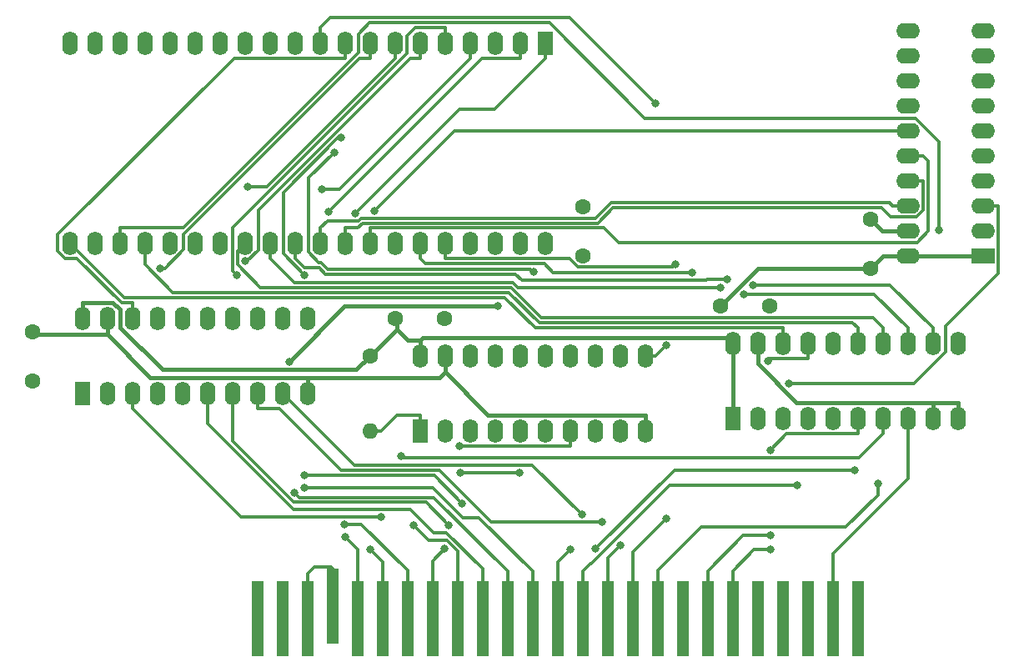
<source format=gtl>
G04 #@! TF.GenerationSoftware,KiCad,Pcbnew,(6.0.9)*
G04 #@! TF.CreationDate,2023-07-19T22:39:00+02:00*
G04 #@! TF.ProjectId,Cartucho_MSX_Tang_Nano_20k_V9958,43617274-7563-4686-9f5f-4d53585f5461,rev?*
G04 #@! TF.SameCoordinates,Original*
G04 #@! TF.FileFunction,Copper,L1,Top*
G04 #@! TF.FilePolarity,Positive*
%FSLAX46Y46*%
G04 Gerber Fmt 4.6, Leading zero omitted, Abs format (unit mm)*
G04 Created by KiCad (PCBNEW (6.0.9)) date 2023-07-19 22:39:00*
%MOMM*%
%LPD*%
G01*
G04 APERTURE LIST*
G04 #@! TA.AperFunction,SMDPad,CuDef*
%ADD10R,1.270000X7.620000*%
G04 #@! TD*
G04 #@! TA.AperFunction,ComponentPad*
%ADD11C,1.600000*%
G04 #@! TD*
G04 #@! TA.AperFunction,ComponentPad*
%ADD12R,1.600000X2.400000*%
G04 #@! TD*
G04 #@! TA.AperFunction,ComponentPad*
%ADD13O,1.600000X2.400000*%
G04 #@! TD*
G04 #@! TA.AperFunction,ComponentPad*
%ADD14O,1.600000X1.600000*%
G04 #@! TD*
G04 #@! TA.AperFunction,ComponentPad*
%ADD15R,2.400000X1.600000*%
G04 #@! TD*
G04 #@! TA.AperFunction,ComponentPad*
%ADD16O,2.400000X1.600000*%
G04 #@! TD*
G04 #@! TA.AperFunction,ViaPad*
%ADD17C,0.800000*%
G04 #@! TD*
G04 #@! TA.AperFunction,Conductor*
%ADD18C,0.300000*%
G04 #@! TD*
G04 #@! TA.AperFunction,Conductor*
%ADD19C,0.450000*%
G04 #@! TD*
G04 APERTURE END LIST*
D10*
X142240000Y-139700000D03*
X139700000Y-139700000D03*
X137160000Y-139700000D03*
X134620000Y-139700000D03*
X132080000Y-139700000D03*
X129540000Y-139700000D03*
X127000000Y-139700000D03*
X124460000Y-139700000D03*
X121920000Y-139700000D03*
X119380000Y-139700000D03*
X116840000Y-139700000D03*
X114300000Y-139700000D03*
X111760000Y-139700000D03*
X109220000Y-139700000D03*
X106680000Y-139700000D03*
X104140000Y-139700000D03*
X101600000Y-139700000D03*
X99060000Y-139700000D03*
X96520000Y-139700000D03*
X93980000Y-139700000D03*
X91440000Y-139700000D03*
X88900000Y-138430000D03*
X86360000Y-139700000D03*
X83820000Y-139700000D03*
X81280000Y-139700000D03*
D11*
X114300000Y-102870000D03*
X114300000Y-97870000D03*
X95250000Y-109220000D03*
X100250000Y-109220000D03*
X58420000Y-115570000D03*
X58420000Y-110570000D03*
D12*
X63505000Y-116840000D03*
D13*
X66045000Y-116840000D03*
X68585000Y-116840000D03*
X71125000Y-116840000D03*
X73665000Y-116840000D03*
X76205000Y-116840000D03*
X78745000Y-116840000D03*
X81285000Y-116840000D03*
X83825000Y-116840000D03*
X86365000Y-116840000D03*
X86365000Y-109220000D03*
X83825000Y-109220000D03*
X81285000Y-109220000D03*
X78745000Y-109220000D03*
X76205000Y-109220000D03*
X73665000Y-109220000D03*
X71125000Y-109220000D03*
X68585000Y-109220000D03*
X66045000Y-109220000D03*
X63505000Y-109220000D03*
D12*
X110490000Y-81275000D03*
D13*
X107950000Y-81275000D03*
X105410000Y-81275000D03*
X102870000Y-81275000D03*
X100330000Y-81275000D03*
X97790000Y-81275000D03*
X95250000Y-81275000D03*
X92710000Y-81275000D03*
X90170000Y-81275000D03*
X87630000Y-81275000D03*
X85090000Y-81275000D03*
X82550000Y-81275000D03*
X80010000Y-81275000D03*
X77470000Y-81275000D03*
X74930000Y-81275000D03*
X72390000Y-81275000D03*
X69850000Y-81275000D03*
X67310000Y-81275000D03*
X64770000Y-81275000D03*
X62230000Y-81275000D03*
X62230000Y-101595000D03*
X64770000Y-101595000D03*
X67310000Y-101595000D03*
X69850000Y-101595000D03*
X72390000Y-101595000D03*
X74930000Y-101595000D03*
X77470000Y-101595000D03*
X80010000Y-101595000D03*
X82550000Y-101595000D03*
X85090000Y-101595000D03*
X87630000Y-101595000D03*
X90170000Y-101595000D03*
X92710000Y-101595000D03*
X95250000Y-101595000D03*
X97790000Y-101595000D03*
X100330000Y-101595000D03*
X102870000Y-101595000D03*
X105410000Y-101595000D03*
X107950000Y-101595000D03*
X110490000Y-101595000D03*
D12*
X129540000Y-119380000D03*
D13*
X132080000Y-119380000D03*
X134620000Y-119380000D03*
X137160000Y-119380000D03*
X139700000Y-119380000D03*
X142240000Y-119380000D03*
X144780000Y-119380000D03*
X147320000Y-119380000D03*
X149860000Y-119380000D03*
X152400000Y-119380000D03*
X152400000Y-111760000D03*
X149860000Y-111760000D03*
X147320000Y-111760000D03*
X144780000Y-111760000D03*
X142240000Y-111760000D03*
X139700000Y-111760000D03*
X137160000Y-111760000D03*
X134620000Y-111760000D03*
X132080000Y-111760000D03*
X129540000Y-111760000D03*
D11*
X143510000Y-104140000D03*
X143510000Y-99140000D03*
X92710000Y-113030000D03*
D14*
X92710000Y-120650000D03*
D11*
X128270000Y-107950000D03*
X133270000Y-107950000D03*
D12*
X97790000Y-120650000D03*
D13*
X100330000Y-120650000D03*
X102870000Y-120650000D03*
X105410000Y-120650000D03*
X107950000Y-120650000D03*
X110490000Y-120650000D03*
X113030000Y-120650000D03*
X115570000Y-120650000D03*
X118110000Y-120650000D03*
X120650000Y-120650000D03*
X120650000Y-113030000D03*
X118110000Y-113030000D03*
X115570000Y-113030000D03*
X113030000Y-113030000D03*
X110490000Y-113030000D03*
X107950000Y-113030000D03*
X105410000Y-113030000D03*
X102870000Y-113030000D03*
X100330000Y-113030000D03*
X97790000Y-113030000D03*
D15*
X154940000Y-102870000D03*
D16*
X154940000Y-100330000D03*
X154940000Y-97790000D03*
X154940000Y-95250000D03*
X154940000Y-92710000D03*
X154940000Y-90170000D03*
X154940000Y-87630000D03*
X154940000Y-85090000D03*
X154940000Y-82550000D03*
X154940000Y-80010000D03*
X147320000Y-80010000D03*
X147320000Y-82550000D03*
X147320000Y-85090000D03*
X147320000Y-87630000D03*
X147320000Y-90170000D03*
X147320000Y-92710000D03*
X147320000Y-95250000D03*
X147320000Y-97790000D03*
X147320000Y-100330000D03*
X147320000Y-102870000D03*
D17*
X109324300Y-104534300D03*
X89066300Y-92354600D03*
X86073900Y-104836100D03*
X89813800Y-90905600D03*
X122766400Y-111985900D03*
X121667400Y-87370300D03*
X133092900Y-113526600D03*
X150501700Y-100261400D03*
X130633300Y-106799500D03*
X128304900Y-106072100D03*
X131562600Y-105835100D03*
X128982000Y-105290600D03*
X93177800Y-98285100D03*
X125437500Y-104566200D03*
X123738500Y-103772600D03*
X71402000Y-104142300D03*
X80286300Y-95859500D03*
X80010500Y-103419100D03*
X79153600Y-104821700D03*
X87845100Y-96085300D03*
X88492200Y-98430600D03*
X91240800Y-98538700D03*
X113020600Y-132696600D03*
X136107000Y-126184600D03*
X141952700Y-124623700D03*
X115601000Y-132622000D03*
X122785900Y-129545900D03*
X144258000Y-126006300D03*
X135236700Y-115822900D03*
X114236300Y-129146500D03*
X116240700Y-129896700D03*
X118110000Y-132274500D03*
X100701200Y-130205000D03*
X86026400Y-125188400D03*
X102056400Y-127996000D03*
X85035900Y-126905000D03*
X93815500Y-129408400D03*
X92710000Y-132696600D03*
X101832000Y-122200100D03*
X90131800Y-130158500D03*
X107871400Y-124876600D03*
X101914800Y-124876600D03*
X100308400Y-132619300D03*
X97150200Y-130203400D03*
X95880100Y-123245500D03*
X90177300Y-131401000D03*
X133352400Y-122602800D03*
X133350000Y-131279200D03*
X133350000Y-132696600D03*
X86074100Y-126404900D03*
X105652900Y-107962700D03*
X84488700Y-113615100D03*
D18*
X86462700Y-94958200D02*
X89066300Y-92354600D01*
X86462700Y-102478900D02*
X86462700Y-94958200D01*
X87526200Y-103542400D02*
X86462700Y-102478900D01*
X87767800Y-103542400D02*
X87526200Y-103542400D01*
X88437200Y-104211800D02*
X87767800Y-103542400D01*
X109001800Y-104211800D02*
X88437200Y-104211800D01*
X109324300Y-104534300D02*
X109001800Y-104211800D01*
X83896100Y-102658300D02*
X86073900Y-104836100D01*
X83896100Y-96464100D02*
X83896100Y-102658300D01*
X89454600Y-90905600D02*
X83896100Y-96464100D01*
X89813800Y-90905600D02*
X89454600Y-90905600D01*
X121722300Y-113030000D02*
X122766400Y-111985900D01*
X120650000Y-113030000D02*
X121722300Y-113030000D01*
X88679800Y-78675100D02*
X87630000Y-79724900D01*
X112972200Y-78675100D02*
X88679800Y-78675100D01*
X121667400Y-87370300D02*
X112972200Y-78675100D01*
X87630000Y-81275000D02*
X87630000Y-79724900D01*
X134620000Y-111760000D02*
X134620000Y-110209900D01*
X109461100Y-110209900D02*
X134620000Y-110209900D01*
X106337700Y-107086500D02*
X109461100Y-110209900D01*
X67721500Y-107086500D02*
X106337700Y-107086500D01*
X62230000Y-101595000D02*
X67721500Y-107086500D01*
X133309400Y-113310100D02*
X133092900Y-113526600D01*
X137160000Y-113310100D02*
X133309400Y-113310100D01*
X137160000Y-111760000D02*
X137160000Y-113310100D01*
X67310000Y-101595000D02*
X67310000Y-100044900D01*
X150501700Y-91256300D02*
X150501700Y-100261400D01*
X148145400Y-88900000D02*
X150501700Y-91256300D01*
X120610100Y-88900000D02*
X148145400Y-88900000D01*
X110925100Y-79215000D02*
X120610100Y-88900000D01*
X92679300Y-79215000D02*
X110925100Y-79215000D01*
X91559800Y-80334500D02*
X92679300Y-79215000D01*
X91559800Y-82216600D02*
X91559800Y-80334500D01*
X73731500Y-100044900D02*
X91559800Y-82216600D01*
X67310000Y-100044900D02*
X73731500Y-100044900D01*
X142240000Y-111760000D02*
X142240000Y-110209900D01*
X141711300Y-109681200D02*
X142240000Y-110209900D01*
X109896400Y-109681200D02*
X141711300Y-109681200D01*
X106801600Y-106586400D02*
X109896400Y-109681200D01*
X72691100Y-106586400D02*
X106801600Y-106586400D01*
X69850000Y-103745300D02*
X72691100Y-106586400D01*
X69850000Y-101595000D02*
X69850000Y-103745300D01*
X144780000Y-111760000D02*
X144780000Y-110209900D01*
X143751200Y-109181100D02*
X144780000Y-110209900D01*
X110103500Y-109181100D02*
X143751200Y-109181100D01*
X107008700Y-106086300D02*
X110103500Y-109181100D01*
X81593700Y-106086300D02*
X107008700Y-106086300D01*
X79259600Y-103752200D02*
X81593700Y-106086300D01*
X79259600Y-102345400D02*
X79259600Y-103752200D01*
X80010000Y-101595000D02*
X79259600Y-102345400D01*
X82550000Y-101595000D02*
X82550000Y-103145100D01*
X147320000Y-111760000D02*
X147320000Y-110209900D01*
X143909600Y-106799500D02*
X130633300Y-106799500D01*
X147320000Y-110209900D02*
X143909600Y-106799500D01*
X107701700Y-106072100D02*
X128304900Y-106072100D01*
X107215800Y-105586200D02*
X107701700Y-106072100D01*
X84991100Y-105586200D02*
X107215800Y-105586200D01*
X82550000Y-103145100D02*
X84991100Y-105586200D01*
X85090000Y-101595000D02*
X85090000Y-103145100D01*
X149860000Y-111760000D02*
X149860000Y-110209900D01*
X145485200Y-105835100D02*
X131562600Y-105835100D01*
X149860000Y-110209900D02*
X145485200Y-105835100D01*
X126943900Y-105290600D02*
X128982000Y-105290600D01*
X126851400Y-105383100D02*
X126943900Y-105290600D01*
X108134100Y-105383100D02*
X126851400Y-105383100D01*
X107463000Y-104712000D02*
X108134100Y-105383100D01*
X88173400Y-104712000D02*
X107463000Y-104712000D01*
X87547400Y-104086000D02*
X88173400Y-104712000D01*
X86030900Y-104086000D02*
X87547400Y-104086000D01*
X85090000Y-103145100D02*
X86030900Y-104086000D01*
X87630000Y-101595000D02*
X87630000Y-100044900D01*
X147320000Y-97790000D02*
X145769900Y-97790000D01*
X145457300Y-97477400D02*
X145769900Y-97790000D01*
X117176700Y-97477400D02*
X145457300Y-97477400D01*
X115609400Y-99044700D02*
X117176700Y-97477400D01*
X91795600Y-99044700D02*
X115609400Y-99044700D01*
X91551500Y-99288800D02*
X91795600Y-99044700D01*
X88386100Y-99288800D02*
X91551500Y-99288800D01*
X87630000Y-100044900D02*
X88386100Y-99288800D01*
X147320000Y-95250000D02*
X148870100Y-95250000D01*
X90170000Y-101595000D02*
X90170000Y-100044900D01*
X91502600Y-100044900D02*
X90170000Y-100044900D01*
X92002700Y-99544800D02*
X91502600Y-100044900D01*
X115816500Y-99544800D02*
X92002700Y-99544800D01*
X117383800Y-97977500D02*
X115816500Y-99544800D01*
X144616300Y-97977500D02*
X117383800Y-97977500D01*
X145582800Y-98944000D02*
X144616300Y-97977500D01*
X148197900Y-98944000D02*
X145582800Y-98944000D01*
X148870100Y-98271800D02*
X148197900Y-98944000D01*
X148870100Y-95250000D02*
X148870100Y-98271800D01*
X147320000Y-92710000D02*
X148870100Y-92710000D01*
X92710000Y-101595000D02*
X92710000Y-100044900D01*
X116471200Y-100044900D02*
X92710000Y-100044900D01*
X117931900Y-101505600D02*
X116471200Y-100044900D01*
X148239800Y-101505600D02*
X117931900Y-101505600D01*
X149415800Y-100329600D02*
X148239800Y-101505600D01*
X149415800Y-93255700D02*
X149415800Y-100329600D01*
X148870100Y-92710000D02*
X149415800Y-93255700D01*
X101292900Y-90170000D02*
X93177800Y-98285100D01*
X147320000Y-90170000D02*
X101292900Y-90170000D01*
X97790000Y-101595000D02*
X97790000Y-103145100D01*
X98323400Y-103678500D02*
X97790000Y-103145100D01*
X110422500Y-103678500D02*
X98323400Y-103678500D01*
X111310200Y-104566200D02*
X110422500Y-103678500D01*
X125437500Y-104566200D02*
X111310200Y-104566200D01*
X100330000Y-101595000D02*
X100330000Y-103145100D01*
X112948600Y-103145100D02*
X100330000Y-103145100D01*
X113828500Y-104025000D02*
X112948600Y-103145100D01*
X123486100Y-104025000D02*
X113828500Y-104025000D01*
X123738500Y-103772600D02*
X123486100Y-104025000D01*
X67467900Y-107669900D02*
X68585000Y-107669900D01*
X62943200Y-103145200D02*
X67467900Y-107669900D01*
X61752200Y-103145200D02*
X62943200Y-103145200D01*
X61024800Y-102417800D02*
X61752200Y-103145200D01*
X61024800Y-100702600D02*
X61024800Y-102417800D01*
X78902300Y-82825100D02*
X61024800Y-100702600D01*
X90170000Y-82825100D02*
X78902300Y-82825100D01*
X90170000Y-81275000D02*
X90170000Y-82825100D01*
X68585000Y-109220000D02*
X68585000Y-107669900D01*
X71882500Y-104142300D02*
X71402000Y-104142300D01*
X73779800Y-102245000D02*
X71882500Y-104142300D01*
X73779800Y-100711200D02*
X73779800Y-102245000D01*
X91665900Y-82825100D02*
X73779800Y-100711200D01*
X92710000Y-82825100D02*
X91665900Y-82825100D01*
X92710000Y-81275000D02*
X92710000Y-82825100D01*
X95250000Y-81275000D02*
X95250000Y-82825100D01*
X82215600Y-95859500D02*
X80286300Y-95859500D01*
X95250000Y-82825100D02*
X82215600Y-95859500D01*
X97790000Y-81275000D02*
X97790000Y-82825100D01*
X80246200Y-103419100D02*
X80010500Y-103419100D01*
X81399800Y-102265500D02*
X80246200Y-103419100D01*
X81399800Y-98253200D02*
X81399800Y-102265500D01*
X96827900Y-82825100D02*
X81399800Y-98253200D01*
X97790000Y-82825100D02*
X96827900Y-82825100D01*
X100330000Y-81275000D02*
X100330000Y-79724900D01*
X78759400Y-104427500D02*
X79153600Y-104821700D01*
X78759400Y-100033800D02*
X78759400Y-104427500D01*
X96458600Y-82334600D02*
X78759400Y-100033800D01*
X96458600Y-80576100D02*
X96458600Y-82334600D01*
X97309800Y-79724900D02*
X96458600Y-80576100D01*
X100330000Y-79724900D02*
X97309800Y-79724900D01*
X102870000Y-81275000D02*
X102870000Y-82825100D01*
X89609800Y-96085300D02*
X87845100Y-96085300D01*
X102870000Y-82825100D02*
X89609800Y-96085300D01*
X104097700Y-82825100D02*
X88492200Y-98430600D01*
X107950000Y-82825100D02*
X104097700Y-82825100D01*
X107950000Y-81275000D02*
X107950000Y-82825100D01*
X110490000Y-81275000D02*
X110490000Y-82825100D01*
X101836100Y-87943400D02*
X91240800Y-98538700D01*
X105371700Y-87943400D02*
X101836100Y-87943400D01*
X110490000Y-82825100D02*
X105371700Y-87943400D01*
X139700000Y-133140700D02*
X139700000Y-139700000D01*
X147320000Y-125520700D02*
X139700000Y-133140700D01*
X147320000Y-120930100D02*
X147320000Y-125520700D01*
X147320000Y-119380000D02*
X147320000Y-120930100D01*
X95410200Y-119099900D02*
X93860100Y-120650000D01*
X97790000Y-119099900D02*
X95410200Y-119099900D01*
X97790000Y-120650000D02*
X97790000Y-119099900D01*
X92710000Y-120650000D02*
X93860100Y-120650000D01*
X111760000Y-133957200D02*
X111760000Y-139700000D01*
X113020600Y-132696600D02*
X111760000Y-133957200D01*
X114300000Y-134871700D02*
X114300000Y-139700000D01*
X115085400Y-134086300D02*
X114300000Y-134871700D01*
X115197700Y-134086300D02*
X115085400Y-134086300D01*
X123099400Y-126184600D02*
X115197700Y-134086300D01*
X136107000Y-126184600D02*
X123099400Y-126184600D01*
X123599300Y-124623700D02*
X141952700Y-124623700D01*
X115601000Y-132622000D02*
X123599300Y-124623700D01*
X119380000Y-132951800D02*
X119380000Y-139700000D01*
X122785900Y-129545900D02*
X119380000Y-132951800D01*
X121920000Y-134815200D02*
X121920000Y-139700000D01*
X126356000Y-130379200D02*
X121920000Y-134815200D01*
X141026000Y-130379200D02*
X126356000Y-130379200D01*
X144258000Y-127147200D02*
X141026000Y-130379200D01*
X144258000Y-126006300D02*
X144258000Y-127147200D01*
X154940000Y-97790000D02*
X156490100Y-97790000D01*
X147900700Y-115822900D02*
X135236700Y-115822900D01*
X151130000Y-112593600D02*
X147900700Y-115822900D01*
X151130000Y-110034400D02*
X151130000Y-112593600D01*
X156490100Y-104674300D02*
X151130000Y-110034400D01*
X156490100Y-97790000D02*
X156490100Y-104674300D01*
X91089800Y-124104800D02*
X83825000Y-116840000D01*
X109194600Y-124104800D02*
X91089800Y-124104800D01*
X114236300Y-129146500D02*
X109194600Y-124104800D01*
X116840000Y-133544500D02*
X116840000Y-139700000D01*
X118110000Y-132274500D02*
X116840000Y-133544500D01*
X81285000Y-116840000D02*
X81285000Y-118390100D01*
X83545400Y-118390100D02*
X81285000Y-118390100D01*
X89760300Y-124605000D02*
X83545400Y-118390100D01*
X99726200Y-124605000D02*
X89760300Y-124605000D01*
X105017900Y-129896700D02*
X99726200Y-124605000D01*
X116240700Y-129896700D02*
X105017900Y-129896700D01*
X78745000Y-116840000D02*
X78745000Y-118390100D01*
X98401400Y-127905200D02*
X100701200Y-130205000D01*
X84930900Y-127905200D02*
X98401400Y-127905200D01*
X78745000Y-121719300D02*
X84930900Y-127905200D01*
X78745000Y-118390100D02*
X78745000Y-121719300D01*
X104140000Y-139700000D02*
X104140000Y-135539900D01*
X76205000Y-119904200D02*
X76205000Y-116840000D01*
X84956300Y-128655500D02*
X76205000Y-119904200D01*
X96840700Y-128655500D02*
X84956300Y-128655500D01*
X99140300Y-130955100D02*
X96840700Y-128655500D01*
X100426000Y-130955100D02*
X99140300Y-130955100D01*
X104140000Y-134669100D02*
X100426000Y-130955100D01*
X104140000Y-135539900D02*
X104140000Y-134669100D01*
X99248800Y-125188400D02*
X102056400Y-127996000D01*
X86026400Y-125188400D02*
X99248800Y-125188400D01*
X106680000Y-134882100D02*
X106680000Y-139700000D01*
X99203000Y-127405100D02*
X106680000Y-134882100D01*
X85536000Y-127405100D02*
X99203000Y-127405100D01*
X85035900Y-126905000D02*
X85536000Y-127405100D01*
X68585000Y-116840000D02*
X68585000Y-118390100D01*
X79603300Y-129408400D02*
X93815500Y-129408400D01*
X68585000Y-118390100D02*
X79603300Y-129408400D01*
X93980000Y-133966600D02*
X93980000Y-139700000D01*
X92710000Y-132696600D02*
X93980000Y-133966600D01*
X113030000Y-120650000D02*
X113030000Y-122200100D01*
X113030000Y-122200100D02*
X101832000Y-122200100D01*
X96520000Y-134846500D02*
X96520000Y-139700000D01*
X91832000Y-130158500D02*
X96520000Y-134846500D01*
X90131800Y-130158500D02*
X91832000Y-130158500D01*
X107871400Y-124876600D02*
X101914800Y-124876600D01*
X99060000Y-133867700D02*
X99060000Y-139700000D01*
X100308400Y-132619300D02*
X99060000Y-133867700D01*
X98683700Y-131736900D02*
X97150200Y-130203400D01*
X100499500Y-131736900D02*
X98683700Y-131736900D01*
X101600000Y-132837400D02*
X100499500Y-131736900D01*
X101600000Y-139700000D02*
X101600000Y-132837400D01*
X91440000Y-132663700D02*
X91440000Y-139700000D01*
X90177300Y-131401000D02*
X91440000Y-132663700D01*
X144780000Y-119380000D02*
X144780000Y-120930100D01*
X96033100Y-123398500D02*
X95880100Y-123245500D01*
X142311600Y-123398500D02*
X96033100Y-123398500D01*
X144780000Y-120930100D02*
X142311600Y-123398500D01*
X142240000Y-119380000D02*
X142240000Y-120930100D01*
X135025100Y-120930100D02*
X133352400Y-122602800D01*
X142240000Y-120930100D02*
X135025100Y-120930100D01*
X127000000Y-134885700D02*
X127000000Y-139700000D01*
X130606500Y-131279200D02*
X127000000Y-134885700D01*
X133350000Y-131279200D02*
X130606500Y-131279200D01*
X129540000Y-134851900D02*
X129540000Y-139700000D01*
X131695300Y-132696600D02*
X129540000Y-134851900D01*
X133350000Y-132696600D02*
X131695300Y-132696600D01*
X109220000Y-134886900D02*
X109220000Y-139700000D01*
X103773100Y-129440000D02*
X109220000Y-134886900D01*
X102155100Y-129440000D02*
X103773100Y-129440000D01*
X99120000Y-126404900D02*
X102155100Y-129440000D01*
X86074100Y-126404900D02*
X99120000Y-126404900D01*
X88900000Y-134620000D02*
X88900000Y-138430000D01*
X88750000Y-134470000D02*
X88900000Y-134620000D01*
X87059900Y-134470000D02*
X88750000Y-134470000D01*
X86360000Y-135170000D02*
X87059900Y-134470000D01*
X86360000Y-139700000D02*
X86360000Y-135170000D01*
D19*
X90141100Y-107962700D02*
X105652900Y-107962700D01*
X84488700Y-113615100D02*
X90141100Y-107962700D01*
X144700000Y-100330000D02*
X143510000Y-99140000D01*
X147320000Y-100330000D02*
X144700000Y-100330000D01*
X152400000Y-117754900D02*
X149860000Y-117754900D01*
X152400000Y-119380000D02*
X152400000Y-117754900D01*
X149860000Y-119380000D02*
X149860000Y-117917400D01*
X149860000Y-117917400D02*
X149860000Y-117754900D01*
X132080000Y-111760000D02*
X132080000Y-113385100D01*
X86365000Y-116840000D02*
X86365000Y-115214900D01*
X135993400Y-117754900D02*
X149860000Y-117754900D01*
X132080000Y-113841500D02*
X135993400Y-117754900D01*
X132080000Y-113385100D02*
X132080000Y-113841500D01*
X104699800Y-119024900D02*
X100330000Y-114655100D01*
X120650000Y-119024900D02*
X104699800Y-119024900D01*
X120650000Y-120650000D02*
X120650000Y-119024900D01*
X100330000Y-113030000D02*
X100330000Y-114492500D01*
X100330000Y-114492500D02*
X100330000Y-114655100D01*
X66045000Y-109220000D02*
X66045000Y-110845100D01*
X86365000Y-115214900D02*
X86365000Y-115214800D01*
X99770300Y-115214800D02*
X86365000Y-115214800D01*
X100330000Y-114655100D02*
X99770300Y-115214800D01*
X70414700Y-115214800D02*
X66045000Y-110845100D01*
X86365000Y-115214800D02*
X70414700Y-115214800D01*
X58695100Y-110845100D02*
X58420000Y-110570000D01*
X66045000Y-110845100D02*
X58695100Y-110845100D01*
X63505000Y-109220000D02*
X63505000Y-107594900D01*
X97790000Y-113030000D02*
X97790000Y-111404900D01*
X129540000Y-111760000D02*
X129540000Y-119380000D01*
X147320000Y-102870000D02*
X154940000Y-102870000D01*
X95427600Y-109397600D02*
X95250000Y-109220000D01*
X95427600Y-110312400D02*
X95427600Y-109397600D01*
X96520100Y-111404900D02*
X95427600Y-110312400D01*
X97790000Y-111404900D02*
X96520100Y-111404900D01*
X95427600Y-110312400D02*
X92710000Y-113030000D01*
X91299800Y-114440200D02*
X92710000Y-113030000D01*
X71617200Y-114440200D02*
X91299800Y-114440200D01*
X67315000Y-110138000D02*
X71617200Y-114440200D01*
X67315000Y-108330400D02*
X67315000Y-110138000D01*
X66579500Y-107594900D02*
X67315000Y-108330400D01*
X63505000Y-107594900D02*
X66579500Y-107594900D01*
X98034100Y-111160800D02*
X97790000Y-111404900D01*
X128940800Y-111160800D02*
X98034100Y-111160800D01*
X129540000Y-111760000D02*
X128940800Y-111160800D01*
X144780000Y-102870000D02*
X143510000Y-104140000D01*
X147320000Y-102870000D02*
X144780000Y-102870000D01*
X132080000Y-104140000D02*
X128270000Y-107950000D01*
X143510000Y-104140000D02*
X132080000Y-104140000D01*
M02*

</source>
